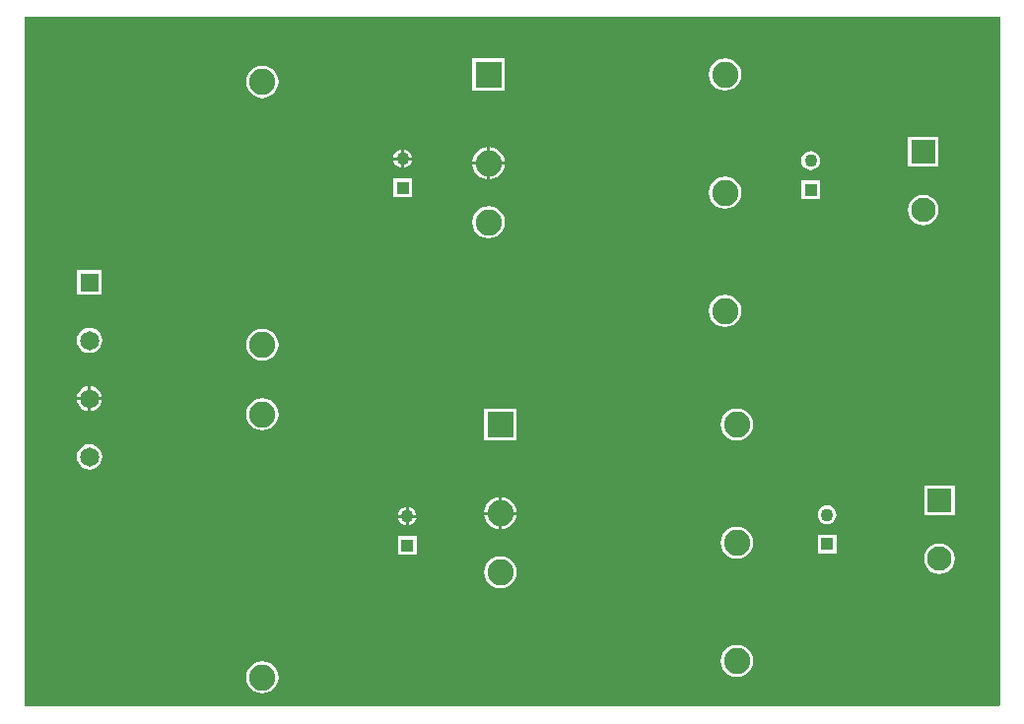
<source format=gbl>
G04*
G04 #@! TF.GenerationSoftware,Altium Limited,Altium Designer,20.0.10 (225)*
G04*
G04 Layer_Physical_Order=2*
G04 Layer_Color=16711680*
%FSLAX43Y43*%
%MOMM*%
G71*
G01*
G75*
%ADD23C,1.100*%
%ADD24R,1.100X1.100*%
%ADD25C,2.250*%
%ADD26R,2.250X2.250*%
%ADD27C,2.100*%
%ADD28R,2.100X2.100*%
%ADD29R,1.650X1.650*%
%ADD30C,1.650*%
G36*
X83686Y628D02*
X83573Y515D01*
X-120D01*
Y59810D01*
X83686D01*
Y628D01*
D02*
G37*
%LPC*%
G36*
X41130Y56243D02*
X38372D01*
Y53485D01*
X41130D01*
Y56243D01*
D02*
G37*
G36*
X60071Y56255D02*
X59711Y56208D01*
X59376Y56069D01*
X59087Y55848D01*
X58866Y55559D01*
X58727Y55224D01*
X58680Y54864D01*
X58727Y54504D01*
X58866Y54169D01*
X59087Y53880D01*
X59376Y53659D01*
X59711Y53520D01*
X60071Y53473D01*
X60431Y53520D01*
X60766Y53659D01*
X61055Y53880D01*
X61276Y54169D01*
X61415Y54504D01*
X61462Y54864D01*
X61415Y55224D01*
X61276Y55559D01*
X61055Y55848D01*
X60766Y56069D01*
X60431Y56208D01*
X60071Y56255D01*
D02*
G37*
G36*
X20320Y55617D02*
X19960Y55570D01*
X19625Y55431D01*
X19336Y55210D01*
X19115Y54921D01*
X18976Y54586D01*
X18929Y54226D01*
X18976Y53866D01*
X19115Y53531D01*
X19336Y53242D01*
X19625Y53021D01*
X19960Y52882D01*
X20320Y52835D01*
X20680Y52882D01*
X21015Y53021D01*
X21304Y53242D01*
X21525Y53531D01*
X21664Y53866D01*
X21711Y54226D01*
X21664Y54586D01*
X21525Y54921D01*
X21304Y55210D01*
X21015Y55431D01*
X20680Y55570D01*
X20320Y55617D01*
D02*
G37*
G36*
X32512Y48419D02*
Y47752D01*
X33179D01*
X33168Y47835D01*
X33087Y48030D01*
X32958Y48198D01*
X32790Y48327D01*
X32595Y48408D01*
X32512Y48419D01*
D02*
G37*
G36*
X32258D02*
X32175Y48408D01*
X31980Y48327D01*
X31812Y48198D01*
X31683Y48030D01*
X31602Y47835D01*
X31591Y47752D01*
X32258D01*
Y48419D01*
D02*
G37*
G36*
X39878Y48618D02*
Y47371D01*
X41125D01*
X41095Y47604D01*
X40956Y47939D01*
X40735Y48228D01*
X40446Y48449D01*
X40111Y48588D01*
X39878Y48618D01*
D02*
G37*
G36*
X39624D02*
X39391Y48588D01*
X39056Y48449D01*
X38767Y48228D01*
X38546Y47939D01*
X38407Y47604D01*
X38377Y47371D01*
X39624D01*
Y48618D01*
D02*
G37*
G36*
X78393Y49524D02*
X75785D01*
Y46916D01*
X78393D01*
Y49524D01*
D02*
G37*
G36*
X33179Y47498D02*
X32512D01*
Y46831D01*
X32595Y46842D01*
X32790Y46923D01*
X32958Y47052D01*
X33087Y47220D01*
X33168Y47415D01*
X33179Y47498D01*
D02*
G37*
G36*
X32258D02*
X31591D01*
X31602Y47415D01*
X31683Y47220D01*
X31812Y47052D01*
X31980Y46923D01*
X32175Y46842D01*
X32258Y46831D01*
Y47498D01*
D02*
G37*
G36*
X67437Y48269D02*
X67227Y48241D01*
X67032Y48160D01*
X66864Y48031D01*
X66735Y47863D01*
X66654Y47668D01*
X66626Y47458D01*
X66654Y47248D01*
X66735Y47053D01*
X66864Y46885D01*
X67032Y46756D01*
X67227Y46675D01*
X67437Y46647D01*
X67647Y46675D01*
X67842Y46756D01*
X68010Y46885D01*
X68139Y47053D01*
X68220Y47248D01*
X68248Y47458D01*
X68220Y47668D01*
X68139Y47863D01*
X68010Y48031D01*
X67842Y48160D01*
X67647Y48241D01*
X67437Y48269D01*
D02*
G37*
G36*
X41125Y47117D02*
X39878D01*
Y45870D01*
X40111Y45900D01*
X40446Y46039D01*
X40735Y46260D01*
X40956Y46549D01*
X41095Y46884D01*
X41125Y47117D01*
D02*
G37*
G36*
X39624D02*
X38377D01*
X38407Y46884D01*
X38546Y46549D01*
X38767Y46260D01*
X39056Y46039D01*
X39391Y45900D01*
X39624Y45870D01*
Y47117D01*
D02*
G37*
G36*
X33189Y45929D02*
X31581D01*
Y44321D01*
X33189D01*
Y45929D01*
D02*
G37*
G36*
X68241Y45762D02*
X66633D01*
Y44154D01*
X68241D01*
Y45762D01*
D02*
G37*
G36*
X60071Y46095D02*
X59711Y46048D01*
X59376Y45909D01*
X59087Y45688D01*
X58866Y45399D01*
X58727Y45064D01*
X58680Y44704D01*
X58727Y44344D01*
X58866Y44009D01*
X59087Y43720D01*
X59376Y43499D01*
X59711Y43360D01*
X60071Y43313D01*
X60431Y43360D01*
X60766Y43499D01*
X61055Y43720D01*
X61276Y44009D01*
X61415Y44344D01*
X61462Y44704D01*
X61415Y45064D01*
X61276Y45399D01*
X61055Y45688D01*
X60766Y45909D01*
X60431Y46048D01*
X60071Y46095D01*
D02*
G37*
G36*
X77089Y44535D02*
X76749Y44490D01*
X76431Y44359D01*
X76159Y44150D01*
X75950Y43878D01*
X75819Y43560D01*
X75774Y43220D01*
X75819Y42880D01*
X75950Y42562D01*
X76159Y42290D01*
X76431Y42081D01*
X76749Y41950D01*
X77089Y41905D01*
X77429Y41950D01*
X77747Y42081D01*
X78019Y42290D01*
X78228Y42562D01*
X78359Y42880D01*
X78404Y43220D01*
X78359Y43560D01*
X78228Y43878D01*
X78019Y44150D01*
X77747Y44359D01*
X77429Y44490D01*
X77089Y44535D01*
D02*
G37*
G36*
X39751Y43555D02*
X39391Y43508D01*
X39056Y43369D01*
X38767Y43148D01*
X38546Y42859D01*
X38407Y42524D01*
X38360Y42164D01*
X38407Y41804D01*
X38546Y41469D01*
X38767Y41180D01*
X39056Y40959D01*
X39391Y40820D01*
X39751Y40773D01*
X40111Y40820D01*
X40446Y40959D01*
X40735Y41180D01*
X40956Y41469D01*
X41095Y41804D01*
X41142Y42164D01*
X41095Y42524D01*
X40956Y42859D01*
X40735Y43148D01*
X40446Y43369D01*
X40111Y43508D01*
X39751Y43555D01*
D02*
G37*
G36*
X6540Y38083D02*
X4382D01*
Y35925D01*
X6540D01*
Y38083D01*
D02*
G37*
G36*
X60071Y35935D02*
X59711Y35888D01*
X59376Y35749D01*
X59087Y35528D01*
X58866Y35239D01*
X58727Y34904D01*
X58680Y34544D01*
X58727Y34184D01*
X58866Y33849D01*
X59087Y33560D01*
X59376Y33339D01*
X59711Y33200D01*
X60071Y33153D01*
X60431Y33200D01*
X60766Y33339D01*
X61055Y33560D01*
X61276Y33849D01*
X61415Y34184D01*
X61462Y34544D01*
X61415Y34904D01*
X61276Y35239D01*
X61055Y35528D01*
X60766Y35749D01*
X60431Y35888D01*
X60071Y35935D01*
D02*
G37*
G36*
X5461Y33092D02*
X5179Y33055D01*
X4917Y32947D01*
X4691Y32774D01*
X4518Y32548D01*
X4410Y32286D01*
X4373Y32004D01*
X4410Y31722D01*
X4518Y31460D01*
X4691Y31234D01*
X4917Y31061D01*
X5179Y30953D01*
X5461Y30916D01*
X5743Y30953D01*
X6005Y31061D01*
X6231Y31234D01*
X6404Y31460D01*
X6512Y31722D01*
X6549Y32004D01*
X6512Y32286D01*
X6404Y32548D01*
X6231Y32774D01*
X6005Y32947D01*
X5743Y33055D01*
X5461Y33092D01*
D02*
G37*
G36*
X20320Y33017D02*
X19960Y32970D01*
X19625Y32831D01*
X19336Y32610D01*
X19115Y32321D01*
X18976Y31986D01*
X18929Y31626D01*
X18976Y31266D01*
X19115Y30931D01*
X19336Y30642D01*
X19625Y30421D01*
X19960Y30282D01*
X20320Y30235D01*
X20680Y30282D01*
X21015Y30421D01*
X21304Y30642D01*
X21525Y30931D01*
X21664Y31266D01*
X21711Y31626D01*
X21664Y31986D01*
X21525Y32321D01*
X21304Y32610D01*
X21015Y32831D01*
X20680Y32970D01*
X20320Y33017D01*
D02*
G37*
G36*
X5588Y28076D02*
Y27131D01*
X6533D01*
X6512Y27286D01*
X6404Y27548D01*
X6231Y27774D01*
X6005Y27947D01*
X5743Y28055D01*
X5588Y28076D01*
D02*
G37*
G36*
X5334D02*
X5179Y28055D01*
X4917Y27947D01*
X4691Y27774D01*
X4518Y27548D01*
X4410Y27286D01*
X4389Y27131D01*
X5334D01*
Y28076D01*
D02*
G37*
G36*
X6533Y26877D02*
X5588D01*
Y25932D01*
X5743Y25953D01*
X6005Y26061D01*
X6231Y26234D01*
X6404Y26460D01*
X6512Y26722D01*
X6533Y26877D01*
D02*
G37*
G36*
X5334D02*
X4389D01*
X4410Y26722D01*
X4518Y26460D01*
X4691Y26234D01*
X4917Y26061D01*
X5179Y25953D01*
X5334Y25932D01*
Y26877D01*
D02*
G37*
G36*
X20320Y27042D02*
X19960Y26994D01*
X19625Y26856D01*
X19336Y26635D01*
X19115Y26346D01*
X18976Y26011D01*
X18929Y25651D01*
X18976Y25291D01*
X19115Y24956D01*
X19336Y24667D01*
X19625Y24446D01*
X19960Y24307D01*
X20320Y24260D01*
X20680Y24307D01*
X21015Y24446D01*
X21304Y24667D01*
X21525Y24956D01*
X21664Y25291D01*
X21711Y25651D01*
X21664Y26011D01*
X21525Y26346D01*
X21304Y26635D01*
X21015Y26856D01*
X20680Y26994D01*
X20320Y27042D01*
D02*
G37*
G36*
X42146Y26144D02*
X39388D01*
Y23386D01*
X42146D01*
Y26144D01*
D02*
G37*
G36*
X61087Y26156D02*
X60727Y26109D01*
X60392Y25970D01*
X60103Y25749D01*
X59882Y25460D01*
X59743Y25125D01*
X59696Y24765D01*
X59743Y24405D01*
X59882Y24070D01*
X60103Y23781D01*
X60392Y23560D01*
X60727Y23421D01*
X61087Y23374D01*
X61447Y23421D01*
X61782Y23560D01*
X62071Y23781D01*
X62292Y24070D01*
X62431Y24405D01*
X62478Y24765D01*
X62431Y25125D01*
X62292Y25460D01*
X62071Y25749D01*
X61782Y25970D01*
X61447Y26109D01*
X61087Y26156D01*
D02*
G37*
G36*
X5461Y23092D02*
X5179Y23055D01*
X4917Y22947D01*
X4691Y22774D01*
X4518Y22548D01*
X4410Y22286D01*
X4373Y22004D01*
X4410Y21722D01*
X4518Y21460D01*
X4691Y21234D01*
X4917Y21061D01*
X5179Y20953D01*
X5461Y20916D01*
X5743Y20953D01*
X6005Y21061D01*
X6231Y21234D01*
X6404Y21460D01*
X6512Y21722D01*
X6549Y22004D01*
X6512Y22286D01*
X6404Y22548D01*
X6231Y22774D01*
X6005Y22947D01*
X5743Y23055D01*
X5461Y23092D01*
D02*
G37*
G36*
X40894Y18519D02*
Y17272D01*
X42141D01*
X42111Y17505D01*
X41972Y17840D01*
X41751Y18129D01*
X41462Y18350D01*
X41127Y18489D01*
X40894Y18519D01*
D02*
G37*
G36*
X40640D02*
X40407Y18489D01*
X40072Y18350D01*
X39783Y18129D01*
X39562Y17840D01*
X39423Y17505D01*
X39393Y17272D01*
X40640D01*
Y18519D01*
D02*
G37*
G36*
X32893Y17685D02*
Y17018D01*
X33560D01*
X33549Y17101D01*
X33468Y17296D01*
X33339Y17464D01*
X33171Y17593D01*
X32976Y17674D01*
X32893Y17685D01*
D02*
G37*
G36*
X32639D02*
X32556Y17674D01*
X32361Y17593D01*
X32193Y17464D01*
X32064Y17296D01*
X31983Y17101D01*
X31972Y17018D01*
X32639D01*
Y17685D01*
D02*
G37*
G36*
X79790Y19552D02*
X77182D01*
Y16944D01*
X79790D01*
Y19552D01*
D02*
G37*
G36*
X68834Y17829D02*
X68624Y17801D01*
X68429Y17720D01*
X68261Y17591D01*
X68132Y17423D01*
X68051Y17228D01*
X68023Y17018D01*
X68051Y16808D01*
X68132Y16613D01*
X68261Y16445D01*
X68429Y16316D01*
X68624Y16235D01*
X68834Y16207D01*
X69044Y16235D01*
X69239Y16316D01*
X69407Y16445D01*
X69536Y16613D01*
X69617Y16808D01*
X69645Y17018D01*
X69617Y17228D01*
X69536Y17423D01*
X69407Y17591D01*
X69239Y17720D01*
X69044Y17801D01*
X68834Y17829D01*
D02*
G37*
G36*
X33560Y16764D02*
X32893D01*
Y16097D01*
X32976Y16108D01*
X33171Y16189D01*
X33339Y16318D01*
X33468Y16486D01*
X33549Y16681D01*
X33560Y16764D01*
D02*
G37*
G36*
X32639D02*
X31972D01*
X31983Y16681D01*
X32064Y16486D01*
X32193Y16318D01*
X32361Y16189D01*
X32556Y16108D01*
X32639Y16097D01*
Y16764D01*
D02*
G37*
G36*
X42141Y17018D02*
X40894D01*
Y15771D01*
X41127Y15801D01*
X41462Y15940D01*
X41751Y16161D01*
X41972Y16450D01*
X42111Y16785D01*
X42141Y17018D01*
D02*
G37*
G36*
X40640D02*
X39393D01*
X39423Y16785D01*
X39562Y16450D01*
X39783Y16161D01*
X40072Y15940D01*
X40407Y15801D01*
X40640Y15771D01*
Y17018D01*
D02*
G37*
G36*
X69638Y15322D02*
X68030D01*
Y13714D01*
X69638D01*
Y15322D01*
D02*
G37*
G36*
X33570Y15195D02*
X31962D01*
Y13587D01*
X33570D01*
Y15195D01*
D02*
G37*
G36*
X61087Y15996D02*
X60727Y15949D01*
X60392Y15810D01*
X60103Y15589D01*
X59882Y15300D01*
X59743Y14965D01*
X59696Y14605D01*
X59743Y14245D01*
X59882Y13910D01*
X60103Y13621D01*
X60392Y13400D01*
X60727Y13261D01*
X61087Y13214D01*
X61447Y13261D01*
X61782Y13400D01*
X62071Y13621D01*
X62292Y13910D01*
X62431Y14245D01*
X62478Y14605D01*
X62431Y14965D01*
X62292Y15300D01*
X62071Y15589D01*
X61782Y15810D01*
X61447Y15949D01*
X61087Y15996D01*
D02*
G37*
G36*
X78486Y14563D02*
X78146Y14518D01*
X77828Y14387D01*
X77556Y14178D01*
X77347Y13906D01*
X77216Y13588D01*
X77171Y13248D01*
X77216Y12908D01*
X77347Y12590D01*
X77556Y12318D01*
X77828Y12109D01*
X78146Y11978D01*
X78486Y11933D01*
X78826Y11978D01*
X79144Y12109D01*
X79416Y12318D01*
X79625Y12590D01*
X79756Y12908D01*
X79801Y13248D01*
X79756Y13588D01*
X79625Y13906D01*
X79416Y14178D01*
X79144Y14387D01*
X78826Y14518D01*
X78486Y14563D01*
D02*
G37*
G36*
X40767Y13456D02*
X40407Y13409D01*
X40072Y13270D01*
X39783Y13049D01*
X39562Y12760D01*
X39423Y12425D01*
X39376Y12065D01*
X39423Y11705D01*
X39562Y11370D01*
X39783Y11081D01*
X40072Y10860D01*
X40407Y10721D01*
X40767Y10674D01*
X41127Y10721D01*
X41462Y10860D01*
X41751Y11081D01*
X41972Y11370D01*
X42111Y11705D01*
X42158Y12065D01*
X42111Y12425D01*
X41972Y12760D01*
X41751Y13049D01*
X41462Y13270D01*
X41127Y13409D01*
X40767Y13456D01*
D02*
G37*
G36*
X61087Y5836D02*
X60727Y5789D01*
X60392Y5650D01*
X60103Y5429D01*
X59882Y5140D01*
X59743Y4805D01*
X59696Y4445D01*
X59743Y4085D01*
X59882Y3750D01*
X60103Y3461D01*
X60392Y3240D01*
X60727Y3101D01*
X61087Y3054D01*
X61447Y3101D01*
X61782Y3240D01*
X62071Y3461D01*
X62292Y3750D01*
X62431Y4085D01*
X62478Y4445D01*
X62431Y4805D01*
X62292Y5140D01*
X62071Y5429D01*
X61782Y5650D01*
X61447Y5789D01*
X61087Y5836D01*
D02*
G37*
G36*
X20320Y4442D02*
X19960Y4394D01*
X19625Y4256D01*
X19336Y4035D01*
X19115Y3746D01*
X18976Y3411D01*
X18929Y3051D01*
X18976Y2691D01*
X19115Y2356D01*
X19336Y2067D01*
X19625Y1846D01*
X19960Y1707D01*
X20320Y1660D01*
X20680Y1707D01*
X21015Y1846D01*
X21304Y2067D01*
X21525Y2356D01*
X21664Y2691D01*
X21711Y3051D01*
X21664Y3411D01*
X21525Y3746D01*
X21304Y4035D01*
X21015Y4256D01*
X20680Y4394D01*
X20320Y4442D01*
D02*
G37*
%LPD*%
D23*
X67437Y47458D02*
D03*
X32385Y47625D02*
D03*
X68834Y17018D02*
D03*
X32766Y16891D02*
D03*
D24*
X67437Y44958D02*
D03*
X32385Y45125D02*
D03*
X68834Y14518D02*
D03*
X32766Y14391D02*
D03*
D25*
X60071Y34544D02*
D03*
Y54864D02*
D03*
X39751Y42164D02*
D03*
Y47244D02*
D03*
X60071Y44704D02*
D03*
X20320Y54226D02*
D03*
Y31626D02*
D03*
X61087Y4445D02*
D03*
Y24765D02*
D03*
X40767Y12065D02*
D03*
Y17145D02*
D03*
X61087Y14605D02*
D03*
X20320Y3051D02*
D03*
Y25651D02*
D03*
D26*
X39751Y54864D02*
D03*
X40767Y24765D02*
D03*
D27*
X77089Y43220D02*
D03*
X78486Y13248D02*
D03*
D28*
X77089Y48220D02*
D03*
X78486Y18248D02*
D03*
D29*
X5461Y37004D02*
D03*
D30*
Y32004D02*
D03*
Y27004D02*
D03*
Y22004D02*
D03*
M02*

</source>
